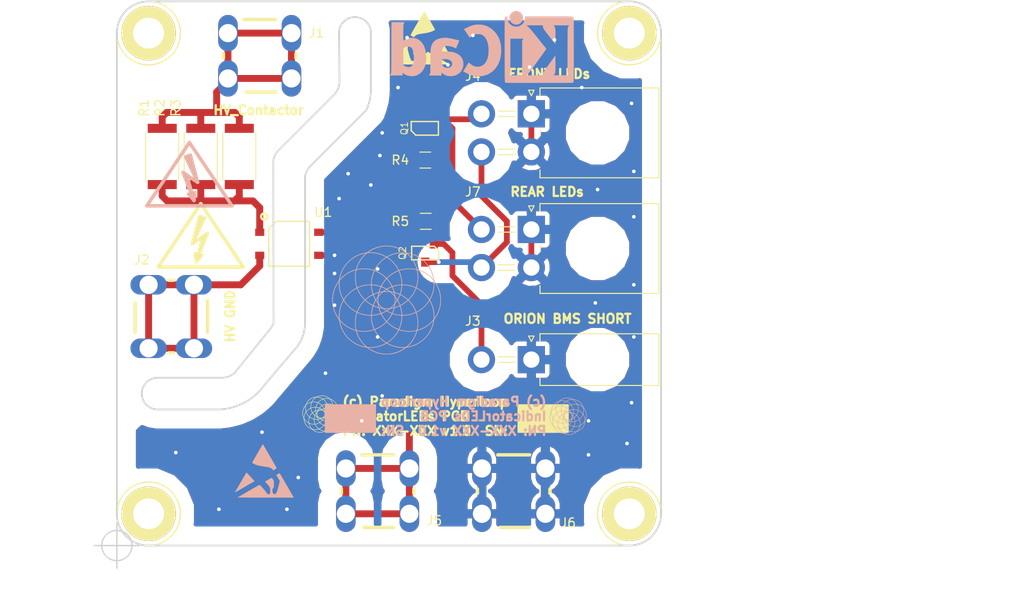
<source format=kicad_pcb>
(kicad_pcb (version 20171130) (host pcbnew "(5.0.2)-1")
  (layers (0 F.Cu signal) (31 B.Cu signal) (34 B.Paste user) (35 F.Paste user) (36 B.SilkS user) (37 F.SilkS user) (38 B.Mask user) (39 F.Mask user) (44 Edge.Cuts user))
  (net 0 "")
  (net 1 "Net-(H1-Pad1)")
  (net 2 "Net-(H2-Pad1)")
  (net 3 "Net-(H3-Pad1)")
  (net 4 "Net-(H4-Pad1)")
  (net 5 ISO_GND)
  (net 6 +12V)
  (net 7 GND)
  (net 8 /HV_Contactor_+)
  (net 9 /BMS_Shorted_I)
  (net 10 /GREEN_LED_FRONT)
  (net 11 /RED_LED_FRONT)
  (net 12 /HV_Connected)
  (net 13 "Net-(R1-Pad1)")
  (module µ104KiCAD:Paradigm_Logo_Very_Small (layer B.Cu) (at 99.75 135.75)
    (fp_text reference logo3 hide)
    (fp_text value Logo)
  )
  (module µ104KiCAD:SN_BLOCK (layer B.Cu) (at 75.75 136)
    (fp_text reference logo1 hide)
    (fp_text value SN_Block hide)
  )
  (module µ104KiCAD:3.4mm_mounting_hole_SILK (layer F.Cu) (at 53.5 146.5)
    (fp_text reference H1 hide)
    (fp_text value Mount hide)
    (pad 1 thru_hole circle (at 0 0) (size 6 6) (drill 3.4) (layers *.Cu *.Mask F.SilkS) (net 1 "Net-(H1-Pad1)") (clearance 2))
  )
  (module µ104KiCAD:3.4mm_mounting_hole_SILK (layer F.Cu) (at 106.5 146.5)
    (fp_text reference H2 hide)
    (fp_text value Mount hide)
    (pad 1 thru_hole circle (at 0 0) (size 6 6) (drill 3.4) (layers *.Cu *.Mask F.SilkS) (net 2 "Net-(H2-Pad1)") (clearance 2))
  )
  (module µ104KiCAD:3.4mm_mounting_hole_SILK (layer F.Cu) (at 106.5 93.5)
    (fp_text reference H3 hide)
    (fp_text value Mount hide)
    (pad 1 thru_hole circle (at 0 0) (size 6 6) (drill 3.4) (layers *.Cu *.Mask F.SilkS) (net 3 "Net-(H3-Pad1)") (clearance 2))
  )
  (module µ104KiCAD:3.4mm_mounting_hole_SILK (layer F.Cu) (at 53.5 93.5)
    (fp_text reference H4 hide)
    (fp_text value Mount hide)
    (pad 1 thru_hole circle (at 0 0) (size 6 6) (drill 3.4) (layers *.Cu *.Mask F.SilkS) (net 4 "Net-(H4-Pad1)") (clearance 2))
  )
  (module µ104KiCAD:LVDC_M3_Lug (layer F.Cu) (at 65.75 96)
    (fp_text reference J1 (at 6.25 -2.5 180) (layer F.SilkS))
    (fp_text value "M3 LUG")
    (pad 1 thru_hole oval (at -3.5 -2.5) (size 2.15 4) (drill 2) (layers *.Cu *.Mask) (net 8 /HV_Contactor_+))
    (pad 1 thru_hole oval (at 3.5 -2.5) (size 2.15 4) (drill 2) (layers *.Cu *.Mask) (net 8 /HV_Contactor_+))
    (pad 1 thru_hole oval (at 3.5 2.5) (size 2.15 4) (drill 2) (layers *.Cu *.Mask) (net 8 /HV_Contactor_+))
    (pad 1 thru_hole oval (at -3.5 2.5) (size 2.15 4) (drill 2) (layers *.Cu *.Mask) (net 8 /HV_Contactor_+))
  )
  (module µ104KiCAD:LVDC_M3_Lug (layer F.Cu) (at 56 124.75 270)
    (fp_text reference J2 (at -6.25 3.25) (layer F.SilkS))
    (fp_text value "M3 LUG")
    (pad 1 thru_hole oval (at -3.5 2.5 270) (size 2.15 4) (drill 2) (layers *.Cu *.Mask) (net 5 ISO_GND))
    (pad 1 thru_hole oval (at 3.5 2.5 270) (size 2.15 4) (drill 2) (layers *.Cu *.Mask) (net 5 ISO_GND))
    (pad 1 thru_hole oval (at 3.5 -2.5 270) (size 2.15 4) (drill 2) (layers *.Cu *.Mask) (net 5 ISO_GND))
    (pad 1 thru_hole oval (at -3.5 -2.5 270) (size 2.15 4) (drill 2) (layers *.Cu *.Mask) (net 5 ISO_GND))
  )
  (module µ104KiCAD:LVDC_M3_Lug (layer F.Cu) (at 78.75 144)
    (fp_text reference J5 (at 6.25 3.25 180) (layer F.SilkS))
    (fp_text value "M3 LUG")
    (pad 1 thru_hole oval (at -3.5 -2.5) (size 2.15 4) (drill 2) (layers *.Cu *.Mask) (net 6 +12V))
    (pad 1 thru_hole oval (at 3.5 -2.5) (size 2.15 4) (drill 2) (layers *.Cu *.Mask) (net 6 +12V))
    (pad 1 thru_hole oval (at 3.5 2.5) (size 2.15 4) (drill 2) (layers *.Cu *.Mask) (net 6 +12V))
    (pad 1 thru_hole oval (at -3.5 2.5) (size 2.15 4) (drill 2) (layers *.Cu *.Mask) (net 6 +12V))
  )
  (module µ104KiCAD:LVDC_M3_Lug (layer F.Cu) (at 93.75 144)
    (fp_text reference J6 (at 6 3.5 180) (layer F.SilkS))
    (fp_text value "M3 LUG")
    (pad 1 thru_hole oval (at -3.5 2.5) (size 2.15 4) (drill 2) (layers *.Cu *.Mask) (net 7 GND))
    (pad 1 thru_hole oval (at 3.5 2.5) (size 2.15 4) (drill 2) (layers *.Cu *.Mask) (net 7 GND))
    (pad 1 thru_hole oval (at 3.5 -2.5) (size 2.15 4) (drill 2) (layers *.Cu *.Mask) (net 7 GND))
    (pad 1 thru_hole oval (at -3.5 -2.5) (size 2.15 4) (drill 2) (layers *.Cu *.Mask) (net 7 GND))
  )
  (module µ104KiCAD:SN_BLOCK (layer F.Cu) (at 97 136)
    (fp_text reference logo1 hide)
    (fp_text value SN_Block hide)
  )
  (module µ104KiCAD:ParadigmLogo_0_5x0_5 (layer B.Cu) (at 79.75 123)
    (fp_text reference logo2 hide)
    (fp_text value Logo hide)
  )
  (module µ104KiCAD:Paradigm_Logo_Very_Small (layer F.Cu) (at 72.5 135.5)
    (fp_text reference logo3 hide)
    (fp_text value Logo)
  )
  (module Connectors_Molex:Molex_MiniFit-JR-5569-02A2_2x01x4.20mm_Angled (layer F.Cu) (at 95.7 129.5 270)
    (fp_text reference J3 (at -4.25 6.45) (layer F.SilkS))
    (fp_text value BMS_I)
    (pad "" np_thru_hole circle (at 0 -7.3 270) (size 3 3) (drill 3) (layers *.Cu *.Mask))
    (pad 2 thru_hole circle (at 0 5.5 270) (size 3 3) (drill 1.8) (layers *.Cu *.Mask) (net 9 /BMS_Shorted_I))
    (pad 1 thru_hole rect (at 0 0 270) (size 3 3) (drill 1.8) (layers *.Cu *.Mask) (net 7 GND))
  )
  (module Connectors_Molex:Molex_MiniFit-JR-5569-04A2_2x02x4.20mm_Angled (layer F.Cu) (at 95.7 102.4 270)
    (fp_text reference J4 (at -4.15 6.45) (layer F.SilkS))
    (fp_text value FRNT_LEDs)
    (pad "" np_thru_hole circle (at 2.1 -7.3 270) (size 3 3) (drill 3) (layers *.Cu *.Mask))
    (pad 4 thru_hole circle (at 4.2 5.5 270) (size 3 3) (drill 1.8) (layers *.Cu *.Mask) (net 10 /GREEN_LED_FRONT))
    (pad 3 thru_hole circle (at 0 5.5 270) (size 3 3) (drill 1.8) (layers *.Cu *.Mask) (net 11 /RED_LED_FRONT))
    (pad 2 thru_hole circle (at 4.2 0 270) (size 3 3) (drill 1.8) (layers *.Cu *.Mask) (net 7 GND))
    (pad 1 thru_hole rect (at 0 0 270) (size 3 3) (drill 1.8) (layers *.Cu *.Mask) (net 7 GND))
  )
  (module Connectors_Molex:Molex_MiniFit-JR-5569-04A2_2x02x4.20mm_Angled (layer F.Cu) (at 95.7 115.15 270)
    (fp_text reference J7 (at -4.15 6.45) (layer F.SilkS))
    (fp_text value REAR_LEDs)
    (pad 1 thru_hole rect (at 0 0 270) (size 3 3) (drill 1.8) (layers *.Cu *.Mask) (net 7 GND))
    (pad 2 thru_hole circle (at 4.2 0 270) (size 3 3) (drill 1.8) (layers *.Cu *.Mask) (net 7 GND))
    (pad 3 thru_hole circle (at 0 5.5 270) (size 3 3) (drill 1.8) (layers *.Cu *.Mask) (net 11 /RED_LED_FRONT))
    (pad 4 thru_hole circle (at 4.2 5.5 270) (size 3 3) (drill 1.8) (layers *.Cu *.Mask) (net 10 /GREEN_LED_FRONT))
    (pad "" np_thru_hole circle (at 2.1 -7.3 270) (size 3 3) (drill 3) (layers *.Cu *.Mask))
  )
  (module µ104KiCAD_IC:SOT-23-3 (layer F.Cu) (at 83.95 104)
    (fp_text reference Q1 (at -2.25 0 90) (layer F.SilkS) (effects (font (size 0.75 0.75) (thickness 0.1))))
    (fp_text value Q_PMOS_GSD)
    (pad 1 smd rect (at -0.95 1) (size 0.9 1) (layers F.Cu F.Paste F.Mask) (net 12 /HV_Connected))
    (pad 2 smd rect (at 0.95 1) (size 0.9 1) (layers F.Cu F.Paste F.Mask) (net 6 +12V))
    (pad 3 smd rect (at 0 -1) (size 0.9 1) (layers F.Cu F.Paste F.Mask) (net 11 /RED_LED_FRONT))
  )
  (module µ104KiCAD_IC:SOT-23-3 (layer F.Cu) (at 84 117.75 180)
    (fp_text reference Q2 (at 2.5 0 270) (layer F.SilkS) (effects (font (size 0.75 0.75) (thickness 0.1))))
    (fp_text value Q_PMOS_GSD)
    (pad 3 smd rect (at 0 -1 180) (size 0.9 1) (layers F.Cu F.Paste F.Mask) (net 10 /GREEN_LED_FRONT))
    (pad 2 smd rect (at 0.95 1 180) (size 0.9 1) (layers F.Cu F.Paste F.Mask) (net 6 +12V))
    (pad 1 smd rect (at -0.95 1 180) (size 0.9 1) (layers F.Cu F.Paste F.Mask) (net 9 /BMS_Shorted_I))
  )
  (module Resistors_SMD:R_2512 (layer F.Cu) (at 55 107.1 90)
    (fp_text reference R1 (at 5.35 -2 90) (layer F.SilkS))
    (fp_text value 1M)
    (pad 2 smd rect (at 3.1 0 90) (size 1 3.2) (layers F.Cu F.Paste F.Mask) (net 8 /HV_Contactor_+))
    (pad 1 smd rect (at -3.1 0 90) (size 1 3.2) (layers F.Cu F.Paste F.Mask) (net 13 "Net-(R1-Pad1)"))
  )
  (module Resistors_SMD:R_2512 (layer F.Cu) (at 59.25 107.1 90)
    (fp_text reference R2 (at 5.35 -4.5 90) (layer F.SilkS))
    (fp_text value 1M)
    (pad 1 smd rect (at -3.1 0 90) (size 1 3.2) (layers F.Cu F.Paste F.Mask) (net 13 "Net-(R1-Pad1)"))
    (pad 2 smd rect (at 3.1 0 90) (size 1 3.2) (layers F.Cu F.Paste F.Mask) (net 8 /HV_Contactor_+))
  )
  (module Resistors_SMD:R_2512 (layer F.Cu) (at 63.5 107.1 90)
    (fp_text reference R3 (at 5.35 -7 90) (layer F.SilkS))
    (fp_text value 1M)
    (pad 2 smd rect (at 3.1 0 90) (size 1 3.2) (layers F.Cu F.Paste F.Mask) (net 8 /HV_Contactor_+))
    (pad 1 smd rect (at -3.1 0 90) (size 1 3.2) (layers F.Cu F.Paste F.Mask) (net 13 "Net-(R1-Pad1)"))
  )
  (module Resistors_SMD:R_0805 (layer F.Cu) (at 84 107.5 180)
    (fp_text reference R4 (at 2.75 0 180) (layer F.SilkS))
    (fp_text value 10k)
    (pad 2 smd rect (at 0.95 0 180) (size 0.7 1.3) (layers F.Cu F.Paste F.Mask) (net 12 /HV_Connected))
    (pad 1 smd rect (at -0.95 0 180) (size 0.7 1.3) (layers F.Cu F.Paste F.Mask) (net 6 +12V))
  )
  (module Resistors_SMD:R_0805 (layer F.Cu) (at 84.05 114.25)
    (fp_text reference R5 (at -2.8 0) (layer F.SilkS))
    (fp_text value 10k)
    (pad 1 smd rect (at -0.95 0) (size 0.7 1.3) (layers F.Cu F.Paste F.Mask) (net 6 +12V))
    (pad 2 smd rect (at 0.95 0) (size 0.7 1.3) (layers F.Cu F.Paste F.Mask) (net 9 /BMS_Shorted_I))
  )
  (module µ104KiCAD_IC:Optocoupler_SOIC-4_LTV-357 (layer F.Cu) (at 69 116.73 270)
    (fp_text reference U1 (at -3.48 -3.75) (layer F.SilkS))
    (fp_text value LTV-357)
    (pad 4 smd rect (at -1.27 -3.25 270) (size 0.8 1) (layers F.Cu F.Paste F.Mask) (net 12 /HV_Connected))
    (pad 1 smd rect (at -1.27 3.25 270) (size 0.8 1) (layers F.Cu F.Paste F.Mask) (net 13 "Net-(R1-Pad1)"))
    (pad 3 smd rect (at 1.27 -3.25 270) (size 0.8 1) (layers F.Cu F.Paste F.Mask) (net 7 GND))
    (pad 2 smd rect (at 1.27 3.25 270) (size 0.8 1) (layers F.Cu F.Paste F.Mask) (net 5 ISO_GND))
  )
  (module Symbol:ESD-Logo_6.6x6mm_SilkScreen (layer F.Cu) (at 83.75 94)
    (fp_text reference logo4 hide)
    (fp_text value Logo hide)
  )
  (module µ104KiCAD:Symbol_HighVoltage_Type2_SilkTop_VerySmall (layer F.Cu) (at 59.25 116.5)
    (fp_text reference logo5 hide)
    (fp_text value Logo hide)
  )
  (module Symbol:ESD-Logo_6.6x6mm_SilkScreen (layer B.Cu) (at 66.25 141.75 180)
    (fp_text reference logo6 hide)
    (fp_text value Logo hide)
  )
  (module Symbol:KiCad-Logo_8mm_SilkScreen (layer B.Cu) (at 90.25 95 180)
    (fp_text reference logo7 hide)
    (fp_text value Logo hide)
  )
  (module µ104KiCAD:Symbol_HighVoltage_Type2_SilkTop_VerySmall (layer B.Cu) (at 58 109.75 180)
    (fp_text reference logo8 hide)
    (fp_text value Logo hide)
  )
  (gr_text "FRONT LEDs" (at 93 98) (layer F.SilkS) (effects (font (size 1 1) (thickness 0.25)) (justify left)))
  (gr_text "REAR LEDs\n" (at 93.25 111) (layer F.SilkS) (effects (font (size 1 1) (thickness 0.25)) (justify left)))
  (gr_text "ORION BMS SHORT\n" (at 92.5 125) (layer F.SilkS) (effects (font (size 1 1) (thickness 0.25)) (justify left)))
  (gr_text "HV GND\n" (at 62.5 127.75 90) (layer F.SilkS) (effects (font (size 1 1) (thickness 0.25)) (justify left)))
  (gr_text "HV_Contactor\n" (at 60.5 102) (layer F.SilkS) (effects (font (size 1 1) (thickness 0.25)) (justify left)))
  (gr_text "(c) Paradigm Hyperloop\nIndicatorLEDs PCB\nPN: XXX-XXX v1.0  SN:" (at 97.5 135.75) (layer B.SilkS) (effects (font (size 1 1) (thickness 0.25)) (justify left mirror)))
  (gr_arc (start 76.25 93.5) (end 77.999999 93.250001) (angle -171.8698976) (layer Edge.Cuts) (width 0.2))
  (gr_arc (start 72.75 99.75) (end 77.499999 101.999999) (angle -25.34617594) (layer Edge.Cuts) (width 0.2))
  (gr_arc (start 72.25 98.75) (end 73.749999 100.499999) (angle -43.05851361) (layer Edge.Cuts) (width 0.2))
  (gr_arc (start 54.5 133.25) (end 54.5 131.5) (angle -180) (layer Edge.Cuts) (width 0.2))
  (gr_arc (start 61 128.5) (end 61.249999 134.999999) (angle -52.25973251) (layer Edge.Cuts) (width 0.2))
  (gr_line (start 54.5 135) (end 61.25 135) (layer Edge.Cuts) (width 0.2))
  (gr_arc (start 61.5 129.25) (end 61.749999 131.499999) (angle -34.2611029) (layer Edge.Cuts) (width 0.2))
  (gr_arc (start 66.5 125.5) (end 69.499999 128.499999) (angle -41.63353934) (layer Edge.Cuts) (width 0.2))
  (gr_line (start 66.293177 132.280841) (end 69.525 128.475) (layer Edge.Cuts) (width 0.2))
  (gr_arc (start 64.75 124.5) (end 66.999999 125.999999) (angle -11.88865804) (layer Edge.Cuts) (width 0.2))
  (gr_arc (start 69.499999 108) (end 67.75 106.500001) (angle -28.07248694) (layer Edge.Cuts) (width 0.2))
  (gr_arc (start 73 109.75) (end 71.250001 108.250001) (angle -28.07248694) (layer Edge.Cuts) (width 0.2))
  (gr_line (start 78 99.75) (end 78 93.25) (layer Edge.Cuts) (width 0.2))
  (gr_line (start 71.25 108.25) (end 77.5 102) (layer Edge.Cuts) (width 0.2))
  (gr_line (start 70.75 125.75) (end 70.75 109.25) (layer Edge.Cuts) (width 0.2))
  (gr_line (start 67.275 125.5) (end 67.25 107.5) (layer Edge.Cuts) (width 0.2))
  (gr_line (start 74.55 99) (end 74.5 93.5) (layer Edge.Cuts) (width 0.2))
  (gr_line (start 67.75 106.5) (end 73.75 100.5) (layer Edge.Cuts) (width 0.2))
  (gr_line (start 62.975 130.975) (end 67 126) (layer Edge.Cuts) (width 0.2))
  (gr_line (start 61.25 131.5) (end 61.75 131.5) (layer Edge.Cuts) (width 0.2))
  (gr_line (start 54.5 131.5) (end 61.25 131.5) (layer Edge.Cuts) (width 0.2))
  (gr_arc (start 53.5 146.5) (end 50.000001 146.749999) (angle -85.9) (layer Edge.Cuts) (width 0.2))
  (gr_arc (start 106.5 93.5) (end 110 93.5) (angle -90) (layer Edge.Cuts) (width 0.2))
  (gr_arc (start 53.5 93.5) (end 53.5 90) (angle -90) (layer Edge.Cuts) (width 0.2))
  (gr_arc (start 106.5 146.5) (end 106.5 150) (angle -90) (layer Edge.Cuts) (width 0.2))
  (gr_line (start 110 146.5) (end 110 93.5) (layer Edge.Cuts) (width 0.2))
  (gr_line (start 53.5 90) (end 106.5 90) (layer Edge.Cuts) (width 0.2))
  (gr_line (start 53.5 150) (end 106.5 150) (layer Edge.Cuts) (width 0.2))
  (gr_line (start 50 146.75) (end 50 93.5) (layer Edge.Cuts) (width 0.2))
  (target plus (at 50 150) (size 5) (width 0.15) (layer Edge.Cuts))
  (gr_text "(c) Paradigm Hyperloop\nIndicatorLEDs PCB\nPN: XXX-XXX v1.0  SN:" (at 74.75 135.75) (layer F.SilkS) (effects (font (size 1 1) (thickness 0.25)) (justify left)))
  (segment (start 61.262 121.25) (end 58.5 121.25) (width 0.762) (layer F.Cu) (net 5))
  (segment (start 63.662 121.25) (end 61.262 121.25) (width 0.762) (layer F.Cu) (net 5))
  (segment (start 65.75 119.162) (end 63.662 121.25) (width 0.762) (layer F.Cu) (net 5))
  (segment (start 65.75 118) (end 65.75 119.162) (width 0.762) (layer F.Cu) (net 5))
  (segment (start 53.5 121.25) (end 58.5 121.25) (width 0.762) (layer F.Cu) (net 5))
  (segment (start 53.5 128.25) (end 58.5 128.25) (width 0.762) (layer F.Cu) (net 5))
  (segment (start 58.5 128.25) (end 58.5 121.25) (width 0.762) (layer F.Cu) (net 5))
  (segment (start 53.5 121.25) (end 53.5 128.25) (width 0.762) (layer F.Cu) (net 5))
  (segment (start 75.25 146.5) (end 82.25 146.5) (width 0.762) (layer F.Cu) (net 6))
  (segment (start 82.25 146.5) (end 82.25 141.5) (width 0.762) (layer F.Cu) (net 6))
  (segment (start 82.25 141.5) (end 75.25 141.5) (width 0.762) (layer F.Cu) (net 6))
  (segment (start 75.25 141.5) (end 75.25 146.5) (width 0.762) (layer F.Cu) (net 6))
  (segment (start 84.9 107.45) (end 84.95 107.5) (width 0.762) (layer F.Cu) (net 6))
  (segment (start 84.9 105) (end 84.9 107.45) (width 0.762) (layer F.Cu) (net 6))
  (segment (start 84.95 107.5) (end 84.95 109.55) (width 0.762) (layer F.Cu) (net 6))
  (segment (start 83.1 111.4) (end 83.1 114.25) (width 0.762) (layer F.Cu) (net 6))
  (segment (start 84.95 109.55) (end 83.1 111.4) (width 0.762) (layer F.Cu) (net 6))
  (segment (start 83.05 114.3) (end 83.1 114.25) (width 0.762) (layer F.Cu) (net 6))
  (segment (start 83.05 116.75) (end 83.05 114.3) (width 0.762) (layer F.Cu) (net 6))
  (segment (start 82.25 117.55) (end 83.05 116.75) (width 0.762) (layer F.Cu) (net 6))
  (segment (start 82.25 141.5) (end 82.25 117.55) (width 0.762) (layer F.Cu) (net 6))
  (via (at 74 118) (size 0.6) (drill 0.4) (layers F.Cu B.Cu) (net 7))
  (segment (start 72.25 118) (end 74 118) (width 0.635) (layer F.Cu) (net 7))
  (segment (start 95.7 106.6) (end 95.7 102.4) (width 0.635) (layer F.Cu) (net 7))
  (segment (start 95.7 115.15) (end 95.7 119.35) (width 0.635) (layer F.Cu) (net 7))
  (via (at 74 120) (size 0.6) (drill 0.4) (layers F.Cu B.Cu) (net 7))
  (segment (start 74 118) (end 74 120) (width 0.1524) (layer F.Cu) (net 7))
  (via (at 74 123.5) (size 0.6) (drill 0.4) (layers F.Cu B.Cu) (net 7))
  (segment (start 74 120) (end 74 123.5) (width 0.1524) (layer B.Cu) (net 7))
  (via (at 73 131) (size 0.6) (drill 0.4) (layers F.Cu B.Cu) (net 7))
  (segment (start 74 123.5) (end 74 130) (width 0.1524) (layer F.Cu) (net 7))
  (segment (start 74 130) (end 73 131) (width 0.1524) (layer F.Cu) (net 7))
  (via (at 66 137.5) (size 0.6) (drill 0.4) (layers F.Cu B.Cu) (net 7))
  (segment (start 73 131) (end 66.5 137.5) (width 0.1524) (layer B.Cu) (net 7))
  (segment (start 66.5 137.5) (end 66 137.5) (width 0.1524) (layer B.Cu) (net 7))
  (via (at 56.5 139.75) (size 0.6) (drill 0.4) (layers F.Cu B.Cu) (net 7))
  (segment (start 66 137.5) (end 58.75 137.5) (width 0.1524) (layer F.Cu) (net 7))
  (segment (start 58.75 137.5) (end 56.5 139.75) (width 0.1524) (layer F.Cu) (net 7))
  (via (at 61.25 146) (size 0.6) (drill 0.4) (layers F.Cu B.Cu) (net 7))
  (segment (start 56.5 139.75) (end 61.25 144.5) (width 0.1524) (layer B.Cu) (net 7))
  (segment (start 61.25 144.5) (end 61.25 146) (width 0.1524) (layer B.Cu) (net 7))
  (via (at 68.75 146) (size 0.6) (drill 0.4) (layers F.Cu B.Cu) (net 7))
  (segment (start 61.25 146) (end 68.75 146) (width 0.1524) (layer F.Cu) (net 7))
  (via (at 70 142.5) (size 0.6) (drill 0.4) (layers F.Cu B.Cu) (net 7))
  (segment (start 68.75 146) (end 68.75 143.75) (width 0.1524) (layer B.Cu) (net 7))
  (segment (start 68.75 143.75) (end 70 142.5) (width 0.1524) (layer B.Cu) (net 7))
  (segment (start 70 142.5) (end 71.25 141.25) (width 0.1524) (layer F.Cu) (net 7))
  (segment (start 71.25 141.25) (end 71.25 138.75) (width 0.1524) (layer F.Cu) (net 7))
  (via (at 77 136.25) (size 0.6) (drill 0.4) (layers F.Cu B.Cu) (net 7))
  (segment (start 71.25 138.75) (end 73.75 136.25) (width 0.1524) (layer F.Cu) (net 7))
  (segment (start 73.75 136.25) (end 77 136.25) (width 0.1524) (layer F.Cu) (net 7))
  (via (at 79.25 133.5) (size 0.6) (drill 0.4) (layers F.Cu B.Cu) (net 7))
  (segment (start 77 136.25) (end 77 135.75) (width 0.1524) (layer B.Cu) (net 7))
  (segment (start 77 135.75) (end 79.25 133.5) (width 0.1524) (layer B.Cu) (net 7))
  (via (at 78.75 127) (size 0.6) (drill 0.4) (layers F.Cu B.Cu) (net 7))
  (segment (start 79.25 133.5) (end 78.75 133) (width 0.1524) (layer F.Cu) (net 7))
  (segment (start 78.75 133) (end 78.75 127) (width 0.1524) (layer F.Cu) (net 7))
  (via (at 78.75 119.5) (size 0.6) (drill 0.4) (layers F.Cu B.Cu) (net 7))
  (segment (start 78.75 127) (end 78.75 119.5) (width 0.1524) (layer B.Cu) (net 7))
  (via (at 74.5 111.75) (size 0.6) (drill 0.4) (layers F.Cu B.Cu) (net 7))
  (segment (start 74 118) (end 74 112.25) (width 0.1524) (layer B.Cu) (net 7))
  (segment (start 74 112.25) (end 74.5 111.75) (width 0.1524) (layer B.Cu) (net 7))
  (via (at 78 110.25) (size 0.6) (drill 0.4) (layers F.Cu B.Cu) (net 7))
  (segment (start 74.5 111.75) (end 76 110.25) (width 0.1524) (layer F.Cu) (net 7))
  (segment (start 76 110.25) (end 78 110.25) (width 0.1524) (layer F.Cu) (net 7))
  (via (at 75.5 109) (size 0.6) (drill 0.4) (layers F.Cu B.Cu) (net 7))
  (segment (start 78 110.25) (end 76.75 110.25) (width 0.1524) (layer B.Cu) (net 7))
  (segment (start 76.75 110.25) (end 75.5 109) (width 0.1524) (layer B.Cu) (net 7))
  (via (at 79 107) (size 0.6) (drill 0.4) (layers F.Cu B.Cu) (net 7))
  (segment (start 75.5 109) (end 77.5 107) (width 0.1524) (layer F.Cu) (net 7))
  (segment (start 77.5 107) (end 79 107) (width 0.1524) (layer F.Cu) (net 7))
  (via (at 79.25 104.5) (size 0.6) (drill 0.4) (layers F.Cu B.Cu) (net 7))
  (segment (start 79 107) (end 79 104.75) (width 0.1524) (layer B.Cu) (net 7))
  (segment (start 79 104.75) (end 79.25 104.5) (width 0.1524) (layer B.Cu) (net 7))
  (segment (start 79.549999 104.200001) (end 79.549999 103.450001) (width 0.1524) (layer F.Cu) (net 7))
  (segment (start 79.25 104.5) (end 79.549999 104.200001) (width 0.1524) (layer F.Cu) (net 7))
  (segment (start 79.549999 103.450001) (end 80.75 102.25) (width 0.1524) (layer F.Cu) (net 7))
  (via (at 81 99.5) (size 0.6) (drill 0.4) (layers F.Cu B.Cu) (net 7))
  (segment (start 80.75 102.25) (end 80.75 99.75) (width 0.1524) (layer F.Cu) (net 7))
  (segment (start 80.75 99.75) (end 81 99.5) (width 0.1524) (layer F.Cu) (net 7))
  (via (at 82 94) (size 0.6) (drill 0.4) (layers F.Cu B.Cu) (net 7))
  (segment (start 81 99.5) (end 82 98.5) (width 0.1524) (layer B.Cu) (net 7))
  (segment (start 82 98.5) (end 82 94) (width 0.1524) (layer B.Cu) (net 7))
  (via (at 89.25 93.75) (size 0.6) (drill 0.4) (layers F.Cu B.Cu) (net 7))
  (segment (start 82 94) (end 89 94) (width 0.1524) (layer F.Cu) (net 7))
  (segment (start 89 94) (end 89.25 93.75) (width 0.1524) (layer F.Cu) (net 7))
  (via (at 98.25 94.25) (size 0.6) (drill 0.4) (layers F.Cu B.Cu) (net 7))
  (segment (start 89.25 93.75) (end 89.75 94.25) (width 0.1524) (layer B.Cu) (net 7))
  (segment (start 89.75 94.25) (end 98.25 94.25) (width 0.1524) (layer B.Cu) (net 7))
  (via (at 95.5 97.25) (size 0.6) (drill 0.4) (layers F.Cu B.Cu) (net 7))
  (segment (start 98.25 94.25) (end 95.5 97) (width 0.1524) (layer F.Cu) (net 7))
  (segment (start 95.5 97) (end 95.5 97.25) (width 0.1524) (layer F.Cu) (net 7))
  (via (at 86.5 97) (size 0.6) (drill 0.4) (layers F.Cu B.Cu) (net 7))
  (segment (start 95.5 97.25) (end 86.75 97.25) (width 0.1524) (layer B.Cu) (net 7))
  (segment (start 86.75 97.25) (end 86.5 97) (width 0.1524) (layer B.Cu) (net 7))
  (via (at 101.25 99.5) (size 0.6) (drill 0.4) (layers F.Cu B.Cu) (net 7))
  (segment (start 95.7 102.4) (end 98.35 102.4) (width 0.1524) (layer F.Cu) (net 7))
  (segment (start 98.35 102.4) (end 101.25 99.5) (width 0.1524) (layer F.Cu) (net 7))
  (via (at 106.75 101.25) (size 0.6) (drill 0.4) (layers F.Cu B.Cu) (net 7))
  (segment (start 105.75 101.25) (end 106.75 101.25) (width 0.1524) (layer B.Cu) (net 7))
  (segment (start 104.75 100.25) (end 105.75 101.25) (width 0.1524) (layer B.Cu) (net 7))
  (segment (start 101.25 99.5) (end 102 100.25) (width 0.1524) (layer B.Cu) (net 7))
  (segment (start 102 100.25) (end 104.75 100.25) (width 0.1524) (layer B.Cu) (net 7))
  (segment (start 106.75 101.674264) (end 107 101.924264) (width 0.1524) (layer F.Cu) (net 7))
  (segment (start 106.75 101.25) (end 106.75 101.674264) (width 0.1524) (layer F.Cu) (net 7))
  (via (at 107 108.75) (size 0.6) (drill 0.4) (layers F.Cu B.Cu) (net 7))
  (segment (start 107 101.924264) (end 107 108.75) (width 0.1524) (layer F.Cu) (net 7))
  (via (at 103 110.75) (size 0.6) (drill 0.4) (layers F.Cu B.Cu) (net 7))
  (segment (start 107 108.75) (end 105 108.75) (width 0.1524) (layer B.Cu) (net 7))
  (segment (start 105 108.75) (end 103 110.75) (width 0.1524) (layer B.Cu) (net 7))
  (via (at 107 113.75) (size 0.6) (drill 0.4) (layers F.Cu B.Cu) (net 7))
  (segment (start 103 110.75) (end 106 113.75) (width 0.1524) (layer F.Cu) (net 7))
  (segment (start 106 113.75) (end 107 113.75) (width 0.1524) (layer F.Cu) (net 7))
  (via (at 107 121.25) (size 0.6) (drill 0.4) (layers F.Cu B.Cu) (net 7))
  (segment (start 107 113.75) (end 107 121.25) (width 0.1524) (layer B.Cu) (net 7))
  (via (at 102.75 123.25) (size 0.6) (drill 0.4) (layers F.Cu B.Cu) (net 7))
  (segment (start 107 121.25) (end 104.75 121.25) (width 0.1524) (layer F.Cu) (net 7))
  (segment (start 104.75 121.25) (end 102.75 123.25) (width 0.1524) (layer F.Cu) (net 7))
  (via (at 107 127) (size 0.6) (drill 0.4) (layers F.Cu B.Cu) (net 7))
  (segment (start 102.75 123.25) (end 106.5 127) (width 0.1524) (layer B.Cu) (net 7))
  (segment (start 106.5 127) (end 107 127) (width 0.1524) (layer B.Cu) (net 7))
  (via (at 106.75 134.25) (size 0.6) (drill 0.4) (layers F.Cu B.Cu) (net 7))
  (segment (start 107 127) (end 107 134) (width 0.1524) (layer F.Cu) (net 7))
  (segment (start 107 134) (end 106.75 134.25) (width 0.1524) (layer F.Cu) (net 7))
  (via (at 102 136.25) (size 0.6) (drill 0.4) (layers F.Cu B.Cu) (net 7))
  (segment (start 106.75 134.25) (end 104.75 136.25) (width 0.1524) (layer B.Cu) (net 7))
  (segment (start 104.75 136.25) (end 102 136.25) (width 0.1524) (layer B.Cu) (net 7))
  (via (at 106.25 138.75) (size 0.6) (drill 0.4) (layers F.Cu B.Cu) (net 7))
  (segment (start 102 136.25) (end 103.75 136.25) (width 0.1524) (layer F.Cu) (net 7))
  (segment (start 103.75 136.25) (end 106.25 138.75) (width 0.1524) (layer F.Cu) (net 7))
  (via (at 102 140) (size 0.6) (drill 0.4) (layers F.Cu B.Cu) (net 7))
  (segment (start 106.25 138.75) (end 105 140) (width 0.1524) (layer B.Cu) (net 7))
  (segment (start 105 140) (end 102 140) (width 0.1524) (layer B.Cu) (net 7))
  (segment (start 62.25 98.5) (end 69.25 98.5) (width 0.762) (layer F.Cu) (net 8))
  (segment (start 69.25 93.5) (end 69.25 98.5) (width 0.762) (layer F.Cu) (net 8))
  (segment (start 62.25 93.5) (end 62.25 98.5) (width 0.762) (layer F.Cu) (net 8))
  (segment (start 62.25 93.5) (end 69.25 93.5) (width 0.762) (layer F.Cu) (net 8))
  (segment (start 55.488 102.25) (end 61 102.25) (width 0.762) (layer F.Cu) (net 8))
  (segment (start 55 102.738) (end 55.488 102.25) (width 0.762) (layer F.Cu) (net 8))
  (segment (start 55 104) (end 55 102.738) (width 0.762) (layer F.Cu) (net 8))
  (segment (start 63.012 102.25) (end 61 102.25) (width 0.762) (layer F.Cu) (net 8))
  (segment (start 63.5 102.738) (end 63.012 102.25) (width 0.762) (layer F.Cu) (net 8))
  (segment (start 63.5 104) (end 63.5 102.738) (width 0.762) (layer F.Cu) (net 8))
  (segment (start 61 100) (end 61 102.25) (width 0.762) (layer F.Cu) (net 8))
  (segment (start 62.25 98.5) (end 62.25 98.75) (width 0.762) (layer F.Cu) (net 8))
  (segment (start 62.25 98.75) (end 61 100) (width 0.762) (layer F.Cu) (net 8))
  (segment (start 59.25 102.25) (end 59.25 104) (width 0.762) (layer F.Cu) (net 8))
  (segment (start 61 102.25) (end 59.25 102.25) (width 0.762) (layer F.Cu) (net 8))
  (segment (start 85 116.7) (end 84.95 116.75) (width 0.635) (layer F.Cu) (net 9))
  (segment (start 85 114.25) (end 85 116.7) (width 0.635) (layer F.Cu) (net 9))
  (segment (start 86.035 116.75) (end 87 117.715) (width 0.635) (layer F.Cu) (net 9))
  (segment (start 84.95 116.75) (end 86.035 116.75) (width 0.635) (layer F.Cu) (net 9))
  (segment (start 87 117.715) (end 87 120.25) (width 0.635) (layer F.Cu) (net 9))
  (segment (start 87 120.25) (end 90.25 123.5) (width 0.635) (layer F.Cu) (net 9))
  (segment (start 90.2 123.55) (end 90.2 129.5) (width 0.635) (layer F.Cu) (net 9))
  (segment (start 90.25 123.5) (end 90.2 123.55) (width 0.635) (layer F.Cu) (net 9))
  (segment (start 93 116.55) (end 90.2 119.35) (width 0.635) (layer F.Cu) (net 10))
  (segment (start 93 114.25) (end 93 116.55) (width 0.635) (layer F.Cu) (net 10))
  (segment (start 90.2 106.6) (end 90.2 111.45) (width 0.635) (layer F.Cu) (net 10))
  (segment (start 90.2 111.45) (end 93 114.25) (width 0.635) (layer F.Cu) (net 10))
  (via (at 85.5 118.75) (size 0.6) (drill 0.4) (layers F.Cu B.Cu) (net 10))
  (segment (start 84 118.75) (end 85.5 118.75) (width 0.635) (layer F.Cu) (net 10))
  (segment (start 89.6 118.75) (end 90.2 119.35) (width 0.635) (layer B.Cu) (net 10))
  (segment (start 85.5 118.75) (end 89.6 118.75) (width 0.635) (layer B.Cu) (net 10))
  (segment (start 89.6 103) (end 90.2 102.4) (width 0.635) (layer F.Cu) (net 11))
  (segment (start 90.2 115.15) (end 87 111.95) (width 0.635) (layer F.Cu) (net 11))
  (segment (start 87 104) (end 86 103) (width 0.635) (layer F.Cu) (net 11))
  (segment (start 87 111.95) (end 87 104) (width 0.635) (layer F.Cu) (net 11))
  (segment (start 83.95 103) (end 86 103) (width 0.635) (layer F.Cu) (net 11))
  (segment (start 86 103) (end 89.6 103) (width 0.635) (layer F.Cu) (net 11))
  (segment (start 83 107.45) (end 83.05 107.5) (width 0.635) (layer F.Cu) (net 12))
  (segment (start 83 105) (end 83 107.45) (width 0.635) (layer F.Cu) (net 12))
  (segment (start 83.05 108.785) (end 81.25 110.585) (width 0.635) (layer F.Cu) (net 12))
  (segment (start 83.05 107.5) (end 83.05 108.785) (width 0.635) (layer F.Cu) (net 12))
  (segment (start 81.25 110.585) (end 81.25 114.5) (width 0.635) (layer F.Cu) (net 12))
  (segment (start 80.29 115.46) (end 72.25 115.46) (width 0.635) (layer F.Cu) (net 12))
  (segment (start 81.25 114.5) (end 80.29 115.46) (width 0.635) (layer F.Cu) (net 12))
  (segment (start 55 111.462) (end 55.538 112) (width 0.762) (layer F.Cu) (net 13))
  (segment (start 55 110.2) (end 55 111.462) (width 0.762) (layer F.Cu) (net 13))
  (segment (start 63.5 111.462) (end 62.962 112) (width 0.762) (layer F.Cu) (net 13))
  (segment (start 63.5 110.2) (end 63.5 111.462) (width 0.762) (layer F.Cu) (net 13))
  (segment (start 59.25 111.462) (end 59.25 112) (width 0.762) (layer F.Cu) (net 13))
  (segment (start 59.25 110.2) (end 59.25 111.462) (width 0.762) (layer F.Cu) (net 13))
  (segment (start 62.962 112) (end 59.25 112) (width 0.762) (layer F.Cu) (net 13))
  (segment (start 59.25 112) (end 55.538 112) (width 0.762) (layer F.Cu) (net 13))
  (segment (start 62.962 112) (end 65 112) (width 0.762) (layer F.Cu) (net 13))
  (segment (start 65.75 112.75) (end 65.75 115.46) (width 0.762) (layer F.Cu) (net 13))
  (segment (start 65 112) (end 65.75 112.75) (width 0.762) (layer F.Cu) (net 13))
  (zone (net 0) (net_name "") (layers F&B.Cu) (connect_pads (clearance 0.508)) (min_thickness 0.254)
    (keepout (tracks allowed) (vias allowed) (copperpour not_allowed))
    (fill (arc_segments 16) (thermal_gap 0.508) (thermal_bridge_width 0.508))
    (polygon (pts (xy 50 139.25) (xy 54.5 135) (xy 61.75 135) (xy 65.5 133.25) (xy 70.25 127.75) (xy 70.75 126.25) (xy 70.75 109.25) (xy 71.25 108.25) (xy 77.5 102) (xy 78 93) (xy 82 90) (xy 50 90)))
  )
  (zone (net 7) (net_name GND) (layer F.Cu) (connect_pads (clearance 2)) (min_thickness 0.54) (fill yes (arc_segments 16) (thermal_gap 0.508) (thermal_bridge_width 1))
    (polygon (pts (xy 50 150) (xy 50 90) (xy 110 90) (xy 110 150)))
  )
  (zone (net 7) (net_name GND) (layer B.Cu) (connect_pads (clearance 2)) (min_thickness 0.54) (fill yes (arc_segments 16) (thermal_gap 0.508) (thermal_bridge_width 1))
    (polygon (pts (xy 50 150) (xy 50 90) (xy 110 90) (xy 110 150)))
  )
)
</source>
